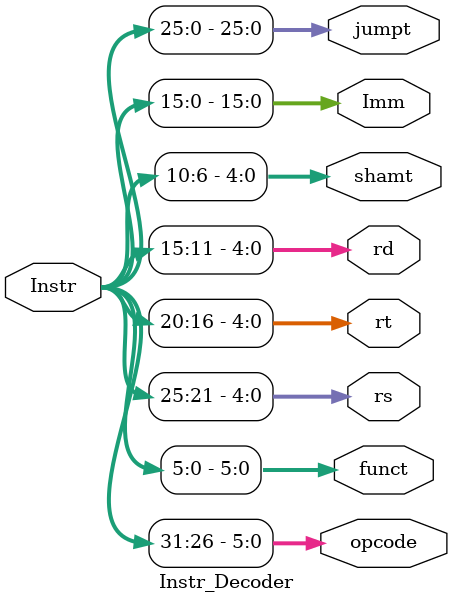
<source format=v>
`timescale 1ns / 1ps


module Instr_Decoder #(parameter WL = 32)
                      (input wire [WL - 1:0] Instr,
                       output reg [5:0] opcode, funct,
                       output reg [4:0] rs, rt, rd, shamt,
                       output reg [15:0] Imm,
                       output reg [25:0] jumpt);
//Deconstructs the instruction

    always @(Instr)
    begin
        // all instructions
        opcode = Instr[WL - 1: WL - 6];
        
        //R and I instr
        rs = Instr[WL - 7: WL - 11];
        rt = Instr[WL - 12: WL - 16];
        
        //R type instr
        rd      = Instr[WL - 17: WL - 21];
        shamt   = Instr[WL - 22: WL - 26];
        funct   = Instr[WL - 27: WL - 32];
        
        //I type instr
        Imm = {rd, shamt, funct};   //should concatenate correctly
        
        //j type instructions
        jumpt = {rs, rt, Imm};      //should concatenate correctly
    end
endmodule

</source>
